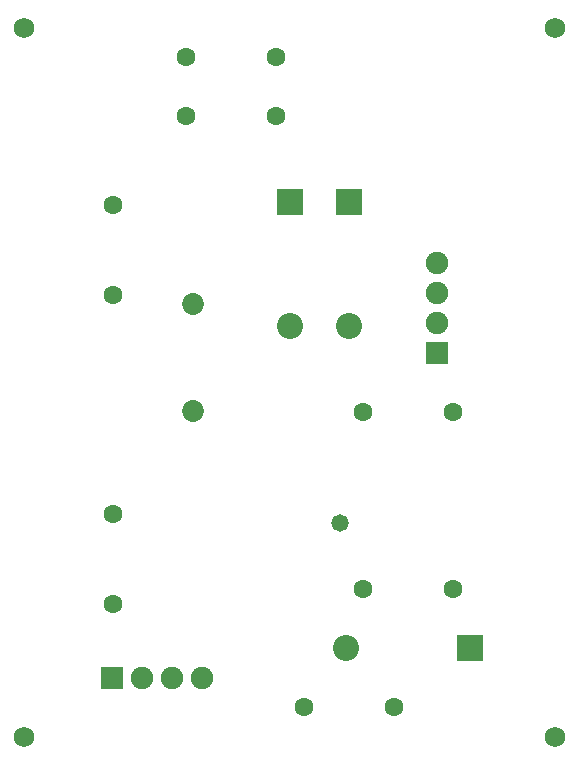
<source format=gbs>
G04 Layer_Color=16711935*
%FSLAX25Y25*%
%MOIN*%
G70*
G01*
G75*
%ADD43R,0.07493X0.07493*%
%ADD44C,0.07493*%
%ADD45R,0.07493X0.07493*%
%ADD46C,0.06800*%
%ADD47C,0.07296*%
%ADD48R,0.08674X0.08674*%
%ADD49C,0.08674*%
%ADD50C,0.06312*%
%ADD51R,0.08674X0.08674*%
%ADD52C,0.05800*%
D43*
X157323Y118110D02*
D03*
D44*
X167323D02*
D03*
X177323D02*
D03*
X187323D02*
D03*
X265748Y236220D02*
D03*
Y246220D02*
D03*
Y256220D02*
D03*
D45*
Y226220D02*
D03*
D46*
X305118Y334646D02*
D03*
Y98425D02*
D03*
X127953D02*
D03*
Y334646D02*
D03*
D47*
X184240Y207055D02*
D03*
Y242488D02*
D03*
D48*
X216535Y276496D02*
D03*
X236220Y276496D02*
D03*
D49*
X216535Y235315D02*
D03*
X236220Y235315D02*
D03*
X235315Y127953D02*
D03*
D50*
X157480Y275591D02*
D03*
Y245591D02*
D03*
Y172480D02*
D03*
Y142480D02*
D03*
X181850Y324803D02*
D03*
X211850D02*
D03*
X181850Y305118D02*
D03*
X211850D02*
D03*
X221220Y108268D02*
D03*
X251220D02*
D03*
X270905Y147638D02*
D03*
X240905D02*
D03*
X270905Y206693D02*
D03*
X240905D02*
D03*
D51*
X276496Y127953D02*
D03*
D52*
X233300Y169665D02*
D03*
M02*

</source>
